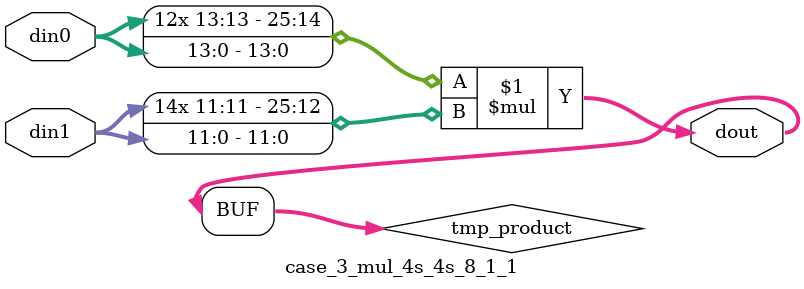
<source format=v>

`timescale 1 ns / 1 ps

 (* use_dsp = "no" *)  module case_3_mul_4s_4s_8_1_1(din0, din1, dout);
parameter ID = 1;
parameter NUM_STAGE = 0;
parameter din0_WIDTH = 14;
parameter din1_WIDTH = 12;
parameter dout_WIDTH = 26;

input [din0_WIDTH - 1 : 0] din0; 
input [din1_WIDTH - 1 : 0] din1; 
output [dout_WIDTH - 1 : 0] dout;

wire signed [dout_WIDTH - 1 : 0] tmp_product;



























assign tmp_product = $signed(din0) * $signed(din1);








assign dout = tmp_product;





















endmodule

</source>
